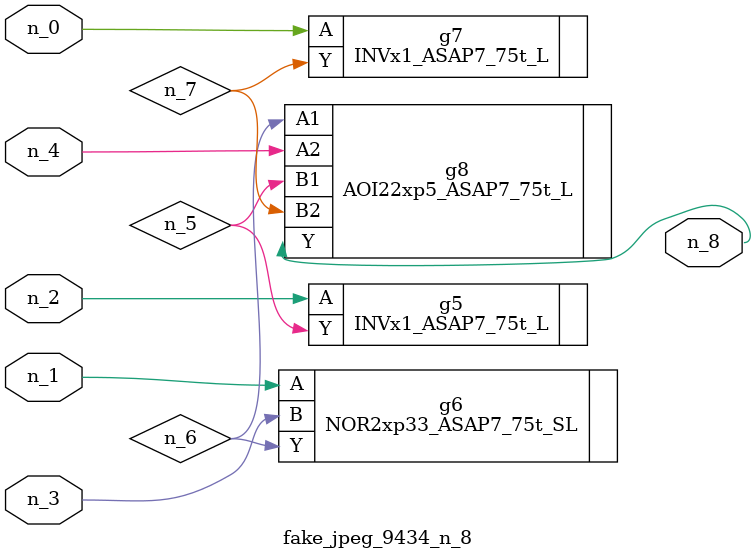
<source format=v>
module fake_jpeg_9434_n_8 (n_3, n_2, n_1, n_0, n_4, n_8);

input n_3;
input n_2;
input n_1;
input n_0;
input n_4;

output n_8;

wire n_6;
wire n_5;
wire n_7;

INVx1_ASAP7_75t_L g5 ( 
.A(n_2),
.Y(n_5)
);

NOR2xp33_ASAP7_75t_SL g6 ( 
.A(n_1),
.B(n_3),
.Y(n_6)
);

INVx1_ASAP7_75t_L g7 ( 
.A(n_0),
.Y(n_7)
);

AOI22xp5_ASAP7_75t_L g8 ( 
.A1(n_6),
.A2(n_4),
.B1(n_5),
.B2(n_7),
.Y(n_8)
);


endmodule
</source>
